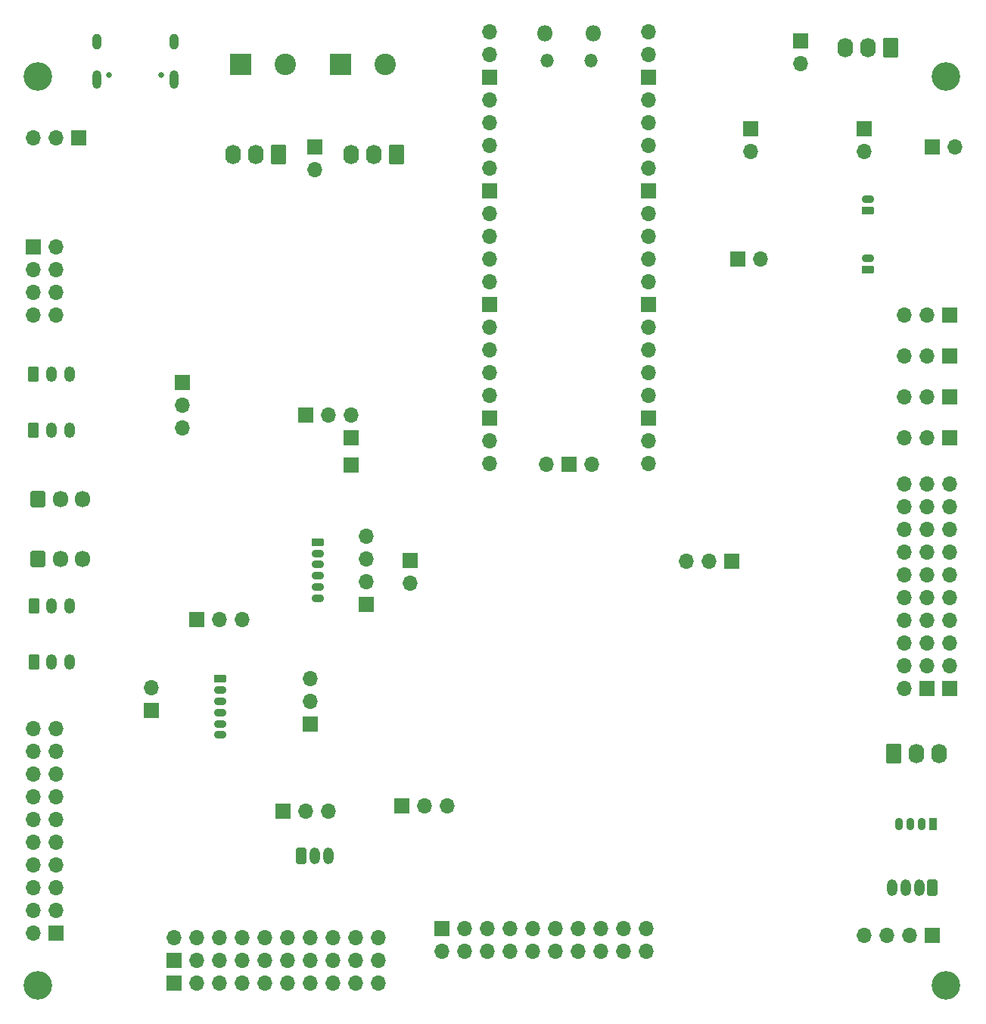
<source format=gbr>
%TF.GenerationSoftware,KiCad,Pcbnew,7.0.2*%
%TF.CreationDate,2024-12-03T13:42:34-08:00*%
%TF.ProjectId,AA_P_CtrlBd,41415f50-5f43-4747-926c-42642e6b6963,1.0*%
%TF.SameCoordinates,Original*%
%TF.FileFunction,Soldermask,Bot*%
%TF.FilePolarity,Negative*%
%FSLAX46Y46*%
G04 Gerber Fmt 4.6, Leading zero omitted, Abs format (unit mm)*
G04 Created by KiCad (PCBNEW 7.0.2) date 2024-12-03 13:42:34*
%MOMM*%
%LPD*%
G01*
G04 APERTURE LIST*
G04 Aperture macros list*
%AMRoundRect*
0 Rectangle with rounded corners*
0 $1 Rounding radius*
0 $2 $3 $4 $5 $6 $7 $8 $9 X,Y pos of 4 corners*
0 Add a 4 corners polygon primitive as box body*
4,1,4,$2,$3,$4,$5,$6,$7,$8,$9,$2,$3,0*
0 Add four circle primitives for the rounded corners*
1,1,$1+$1,$2,$3*
1,1,$1+$1,$4,$5*
1,1,$1+$1,$6,$7*
1,1,$1+$1,$8,$9*
0 Add four rect primitives between the rounded corners*
20,1,$1+$1,$2,$3,$4,$5,0*
20,1,$1+$1,$4,$5,$6,$7,0*
20,1,$1+$1,$6,$7,$8,$9,0*
20,1,$1+$1,$8,$9,$2,$3,0*%
G04 Aperture macros list end*
%ADD10R,1.700000X1.700000*%
%ADD11O,1.700000X1.700000*%
%ADD12RoundRect,0.250000X-0.620000X-0.845000X0.620000X-0.845000X0.620000X0.845000X-0.620000X0.845000X0*%
%ADD13O,1.740000X2.190000*%
%ADD14RoundRect,0.225000X0.475000X-0.225000X0.475000X0.225000X-0.475000X0.225000X-0.475000X-0.225000X0*%
%ADD15O,1.400000X0.900000*%
%ADD16RoundRect,0.225000X0.225000X0.475000X-0.225000X0.475000X-0.225000X-0.475000X0.225000X-0.475000X0*%
%ADD17O,0.900000X1.400000*%
%ADD18RoundRect,0.250000X0.335000X0.685000X-0.335000X0.685000X-0.335000X-0.685000X0.335000X-0.685000X0*%
%ADD19O,1.170000X1.870000*%
%ADD20RoundRect,0.250000X0.620000X0.845000X-0.620000X0.845000X-0.620000X-0.845000X0.620000X-0.845000X0*%
%ADD21RoundRect,0.225000X-0.475000X0.225000X-0.475000X-0.225000X0.475000X-0.225000X0.475000X0.225000X0*%
%ADD22C,0.650000*%
%ADD23O,1.000000X1.800000*%
%ADD24O,1.000000X2.100000*%
%ADD25RoundRect,0.250000X-0.335000X-0.685000X0.335000X-0.685000X0.335000X0.685000X-0.335000X0.685000X0*%
%ADD26R,2.400000X2.400000*%
%ADD27C,2.400000*%
%ADD28RoundRect,0.250000X-0.350000X-0.625000X0.350000X-0.625000X0.350000X0.625000X-0.350000X0.625000X0*%
%ADD29O,1.200000X1.750000*%
%ADD30O,1.700000X1.850000*%
%ADD31RoundRect,0.250000X-0.600000X-0.675000X0.600000X-0.675000X0.600000X0.675000X-0.600000X0.675000X0*%
%ADD32C,3.200000*%
%ADD33O,1.800000X1.800000*%
%ADD34O,1.500000X1.500000*%
G04 APERTURE END LIST*
D10*
%TO.C,SPARE1*%
X108503000Y-142240000D03*
D11*
X111043000Y-142240000D03*
X113583000Y-142240000D03*
X116123000Y-142240000D03*
X118663000Y-142240000D03*
X121203000Y-142240000D03*
X123743000Y-142240000D03*
X126283000Y-142240000D03*
X128823000Y-142240000D03*
X131363000Y-142240000D03*
%TD*%
D10*
%TO.C,SPARE2*%
X108503000Y-139700000D03*
D11*
X108503000Y-137160000D03*
X111043000Y-139700000D03*
X111043000Y-137160000D03*
X113583000Y-139700000D03*
X113583000Y-137160000D03*
X116123000Y-139700000D03*
X116123000Y-137160000D03*
X118663000Y-139700000D03*
X118663000Y-137160000D03*
X121203000Y-139700000D03*
X121203000Y-137160000D03*
X123743000Y-139700000D03*
X123743000Y-137160000D03*
X126283000Y-139700000D03*
X126283000Y-137160000D03*
X128823000Y-139700000D03*
X128823000Y-137160000D03*
X131363000Y-139700000D03*
X131363000Y-137160000D03*
%TD*%
D12*
%TO.C,J38*%
X189016000Y-116606000D03*
D13*
X191556000Y-116606000D03*
X194096000Y-116606000D03*
%TD*%
D10*
%TO.C,J37*%
X195239000Y-109347000D03*
D11*
X195239000Y-106807000D03*
X195239000Y-104267000D03*
X195239000Y-101727000D03*
X195239000Y-99187000D03*
X195239000Y-96647000D03*
X195239000Y-94107000D03*
X195239000Y-91567000D03*
X195239000Y-89027000D03*
X195239000Y-86487000D03*
%TD*%
D14*
%TO.C,J36*%
X186095000Y-55880000D03*
D15*
X186095000Y-54630000D03*
%TD*%
D14*
%TO.C,J35*%
X186095000Y-62484000D03*
D15*
X186095000Y-61234000D03*
%TD*%
D10*
%TO.C,J34*%
X192699000Y-109347000D03*
D11*
X190159000Y-109347000D03*
X192699000Y-106807000D03*
X190159000Y-106807000D03*
X192699000Y-104267000D03*
X190159000Y-104267000D03*
X192699000Y-101727000D03*
X190159000Y-101727000D03*
X192699000Y-99187000D03*
X190159000Y-99187000D03*
X192699000Y-96647000D03*
X190159000Y-96647000D03*
X192699000Y-94107000D03*
X190159000Y-94107000D03*
X192699000Y-91567000D03*
X190159000Y-91567000D03*
X192699000Y-89027000D03*
X190159000Y-89027000D03*
X192699000Y-86487000D03*
X190159000Y-86487000D03*
%TD*%
D10*
%TO.C,J33*%
X195239000Y-67564000D03*
D11*
X192699000Y-67564000D03*
X190159000Y-67564000D03*
%TD*%
D10*
%TO.C,J32*%
X195239000Y-72136000D03*
D11*
X192699000Y-72136000D03*
X190159000Y-72136000D03*
%TD*%
D10*
%TO.C,J29*%
X138419200Y-136144000D03*
D11*
X138419200Y-138684000D03*
X140959200Y-136144000D03*
X140959200Y-138684000D03*
X143499200Y-136144000D03*
X143499200Y-138684000D03*
X146039200Y-136144000D03*
X146039200Y-138684000D03*
X148579200Y-136144000D03*
X148579200Y-138684000D03*
X151119200Y-136144000D03*
X151119200Y-138684000D03*
X153659200Y-136144000D03*
X153659200Y-138684000D03*
X156199200Y-136144000D03*
X156199200Y-138684000D03*
X158739200Y-136144000D03*
X158739200Y-138684000D03*
X161279200Y-136144000D03*
X161279200Y-138684000D03*
%TD*%
D16*
%TO.C,J28*%
X193348173Y-124502976D03*
D17*
X192098173Y-124502976D03*
X190848173Y-124502976D03*
X189598173Y-124502976D03*
%TD*%
D18*
%TO.C,J27*%
X193334000Y-131572000D03*
D19*
X191834000Y-131572000D03*
X190334000Y-131572000D03*
X188834000Y-131572000D03*
%TD*%
D10*
%TO.C,J26*%
X193334000Y-136906000D03*
D11*
X190794000Y-136906000D03*
X188254000Y-136906000D03*
X185714000Y-136906000D03*
%TD*%
D20*
%TO.C,J25*%
X188635000Y-37719000D03*
D13*
X186095000Y-37719000D03*
X183555000Y-37719000D03*
%TD*%
D10*
%TO.C,J24*%
X185714000Y-46736000D03*
D11*
X185714000Y-49276000D03*
%TD*%
D10*
%TO.C,J23*%
X173014000Y-46736000D03*
D11*
X173014000Y-49276000D03*
%TD*%
D10*
%TO.C,J22*%
X123738000Y-113269000D03*
D11*
X123738000Y-110729000D03*
X123738000Y-108189000D03*
%TD*%
D21*
%TO.C,J21*%
X113586000Y-108254000D03*
D15*
X113586000Y-109504000D03*
X113586000Y-110754000D03*
X113586000Y-112004000D03*
X113586000Y-113254000D03*
X113586000Y-114504000D03*
%TD*%
D10*
%TO.C,J20*%
X178602000Y-36957000D03*
D11*
X178602000Y-39497000D03*
%TD*%
D22*
%TO.C,J19*%
X107003156Y-40707242D03*
X101223156Y-40707242D03*
D23*
X108433156Y-37027242D03*
X99793156Y-37027242D03*
D24*
X108433156Y-41207242D03*
X99793156Y-41207242D03*
%TD*%
D10*
%TO.C,J18*%
X128310000Y-84328000D03*
%TD*%
%TO.C,J17*%
X128310000Y-81280000D03*
%TD*%
D21*
%TO.C,J16*%
X124507909Y-92950805D03*
D15*
X124507909Y-94200805D03*
X124507909Y-95450805D03*
X124507909Y-96700805D03*
X124507909Y-97950805D03*
X124507909Y-99200805D03*
%TD*%
D11*
%TO.C,J15*%
X95285000Y-67564000D03*
X92745000Y-67564000D03*
X95285000Y-65024000D03*
X92745000Y-65024000D03*
X95285000Y-62484000D03*
X92745000Y-62484000D03*
X95285000Y-59944000D03*
D10*
X92745000Y-59944000D03*
%TD*%
%TO.C,J14*%
X129961000Y-99949000D03*
D11*
X129961000Y-97409000D03*
X129961000Y-94869000D03*
X129961000Y-92329000D03*
%TD*%
D25*
%TO.C,J13*%
X122722000Y-128016000D03*
D19*
X124222000Y-128016000D03*
X125722000Y-128016000D03*
%TD*%
D10*
%TO.C,J12*%
X95290000Y-136652000D03*
D11*
X92750000Y-136652000D03*
X95290000Y-134112000D03*
X92750000Y-134112000D03*
X95290000Y-131572000D03*
X92750000Y-131572000D03*
X95290000Y-129032000D03*
X92750000Y-129032000D03*
X95290000Y-126492000D03*
X92750000Y-126492000D03*
X95290000Y-123952000D03*
X92750000Y-123952000D03*
X95290000Y-121412000D03*
X92750000Y-121412000D03*
X95290000Y-118872000D03*
X92750000Y-118872000D03*
X95290000Y-116332000D03*
X92750000Y-116332000D03*
X95290000Y-113792000D03*
X92750000Y-113792000D03*
%TD*%
D20*
%TO.C,J11*%
X133390000Y-49637000D03*
D13*
X130850000Y-49637000D03*
X128310000Y-49637000D03*
%TD*%
D20*
%TO.C,J10*%
X120182000Y-49637000D03*
D13*
X117642000Y-49637000D03*
X115102000Y-49637000D03*
%TD*%
D10*
%TO.C,J9*%
X120690000Y-123063000D03*
D11*
X123230000Y-123063000D03*
X125770000Y-123063000D03*
%TD*%
D26*
%TO.C,J8*%
X127080000Y-39578000D03*
D27*
X132080000Y-39578000D03*
%TD*%
D26*
%TO.C,J7*%
X115904000Y-39578000D03*
D27*
X120904000Y-39578000D03*
%TD*%
D28*
%TO.C,J6*%
X92782000Y-106384000D03*
D29*
X94782000Y-106384000D03*
X96782000Y-106384000D03*
%TD*%
%TO.C,J5*%
X96782000Y-100100800D03*
X94782000Y-100100800D03*
D28*
X92782000Y-100100800D03*
%TD*%
D30*
%TO.C,J3*%
X98258000Y-88134400D03*
X95758000Y-88134400D03*
D31*
X93258000Y-88134400D03*
%TD*%
D29*
%TO.C,J2*%
X96750000Y-80451200D03*
X94750000Y-80451200D03*
D28*
X92750000Y-80451200D03*
%TD*%
D10*
%TO.C,JP4*%
X171570709Y-61333099D03*
D11*
X174110709Y-61333099D03*
%TD*%
D10*
%TO.C,JP2*%
X134914000Y-94991000D03*
D11*
X134914000Y-97531000D03*
%TD*%
D10*
%TO.C,OP6*%
X170840000Y-95123000D03*
D11*
X168300000Y-95123000D03*
X165760000Y-95123000D03*
%TD*%
D10*
%TO.C,OP3*%
X109387000Y-75072000D03*
D11*
X109387000Y-77612000D03*
X109387000Y-80152000D03*
%TD*%
D10*
%TO.C,OP2*%
X123179820Y-78741539D03*
D11*
X125719820Y-78741539D03*
X128259820Y-78741539D03*
%TD*%
D32*
%TO.C,H4*%
X93218000Y-40894000D03*
%TD*%
D10*
%TO.C,JP1*%
X124246000Y-48763000D03*
D11*
X124246000Y-51303000D03*
%TD*%
D10*
%TO.C,JP3*%
X105958000Y-111760000D03*
D11*
X105958000Y-109220000D03*
%TD*%
D30*
%TO.C,J4*%
X98258000Y-94817600D03*
X95758000Y-94817600D03*
D31*
X93258000Y-94817600D03*
%TD*%
D10*
%TO.C,OP4*%
X97815000Y-47752000D03*
D11*
X95275000Y-47752000D03*
X92735000Y-47752000D03*
%TD*%
D10*
%TO.C,OP1*%
X133913000Y-122428000D03*
D11*
X136453000Y-122428000D03*
X138993000Y-122428000D03*
%TD*%
D10*
%TO.C,J30*%
X195239000Y-81280000D03*
D11*
X192699000Y-81280000D03*
X190159000Y-81280000D03*
%TD*%
D10*
%TO.C,J31*%
X195239000Y-76708000D03*
D11*
X192699000Y-76708000D03*
X190159000Y-76708000D03*
%TD*%
D33*
%TO.C,U5*%
X149929000Y-36072000D03*
D34*
X150229000Y-39102000D03*
X155079000Y-39102000D03*
D33*
X155379000Y-36072000D03*
D11*
X143764000Y-35942000D03*
X143764000Y-38482000D03*
D10*
X143764000Y-41022000D03*
D11*
X143764000Y-43562000D03*
X143764000Y-46102000D03*
X143764000Y-48642000D03*
X143764000Y-51182000D03*
D10*
X143764000Y-53722000D03*
D11*
X143764000Y-56262000D03*
X143764000Y-58802000D03*
X143764000Y-61342000D03*
X143764000Y-63882000D03*
D10*
X143764000Y-66422000D03*
D11*
X143764000Y-68962000D03*
X143764000Y-71502000D03*
X143764000Y-74042000D03*
X143764000Y-76582000D03*
D10*
X143764000Y-79122000D03*
D11*
X143764000Y-81662000D03*
X143764000Y-84202000D03*
X161544000Y-84202000D03*
X161544000Y-81662000D03*
D10*
X161544000Y-79122000D03*
D11*
X161544000Y-76582000D03*
X161544000Y-74042000D03*
X161544000Y-71502000D03*
X161544000Y-68962000D03*
D10*
X161544000Y-66422000D03*
D11*
X161544000Y-63882000D03*
X161544000Y-61342000D03*
X161544000Y-58802000D03*
X161544000Y-56262000D03*
D10*
X161544000Y-53722000D03*
D11*
X161544000Y-51182000D03*
X161544000Y-48642000D03*
X161544000Y-46102000D03*
X161544000Y-43562000D03*
D10*
X161544000Y-41022000D03*
D11*
X161544000Y-38482000D03*
X161544000Y-35942000D03*
X150118000Y-84242000D03*
D10*
X152658000Y-84242000D03*
D11*
X155198000Y-84242000D03*
%TD*%
D10*
%TO.C,OP5*%
X110974912Y-101610729D03*
D11*
X113514912Y-101610729D03*
X116054912Y-101610729D03*
%TD*%
D32*
%TO.C,H2*%
X194818000Y-142494000D03*
%TD*%
%TO.C,H3*%
X194818000Y-40894000D03*
%TD*%
D10*
%TO.C,JP5*%
X193329000Y-48768000D03*
D11*
X195869000Y-48768000D03*
%TD*%
D32*
%TO.C,H1*%
X93218000Y-142494000D03*
%TD*%
D28*
%TO.C,J1*%
X92750000Y-74168000D03*
D29*
X94750000Y-74168000D03*
X96750000Y-74168000D03*
%TD*%
M02*

</source>
